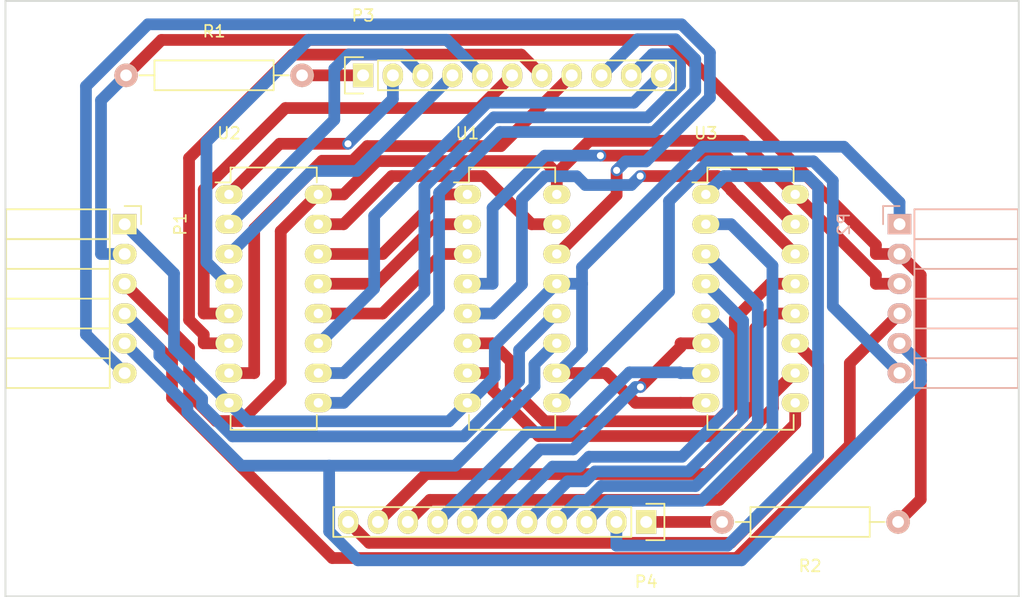
<source format=kicad_pcb>
(kicad_pcb (version 4) (host pcbnew "(2015-09-12 BZR 6188)-product")

  (general
    (links 49)
    (no_connects 0)
    (area 70.404999 119.304999 158.195001 170.255001)
    (thickness 1.6)
    (drawings 4)
    (tracks 299)
    (zones 0)
    (modules 9)
    (nets 38)
  )

  (page A4)
  (title_block
    (title NixieDriverModule)
  )

  (layers
    (0 F.Cu signal)
    (31 B.Cu signal)
    (32 B.Adhes user)
    (33 F.Adhes user)
    (34 B.Paste user)
    (35 F.Paste user)
    (36 B.SilkS user)
    (37 F.SilkS user)
    (38 B.Mask user)
    (39 F.Mask user)
    (40 Dwgs.User user)
    (41 Cmts.User user)
    (42 Eco1.User user)
    (43 Eco2.User user)
    (44 Edge.Cuts user)
    (45 Margin user)
    (46 B.CrtYd user)
    (47 F.CrtYd user)
    (48 B.Fab user)
    (49 F.Fab user)
  )

  (setup
    (last_trace_width 1)
    (trace_clearance 0.25)
    (zone_clearance 0.508)
    (zone_45_only no)
    (trace_min 1)
    (segment_width 0.2)
    (edge_width 0.15)
    (via_size 0.8)
    (via_drill 0.6)
    (via_min_size 0.8)
    (via_min_drill 0.6)
    (uvia_size 0.3)
    (uvia_drill 0.1)
    (uvias_allowed no)
    (uvia_min_size 0.2)
    (uvia_min_drill 0.1)
    (pcb_text_width 0.3)
    (pcb_text_size 1.5 1.5)
    (mod_edge_width 0.15)
    (mod_text_size 1 1)
    (mod_text_width 0.15)
    (pad_size 1.524 1.524)
    (pad_drill 0.762)
    (pad_to_mask_clearance 0.2)
    (aux_axis_origin 0 0)
    (visible_elements FFFFF77F)
    (pcbplotparams
      (layerselection 0x010f0_80000001)
      (usegerberextensions false)
      (excludeedgelayer true)
      (linewidth 0.100000)
      (plotframeref false)
      (viasonmask false)
      (mode 1)
      (useauxorigin false)
      (hpglpennumber 1)
      (hpglpenspeed 20)
      (hpglpendiameter 15)
      (hpglpenoverlay 2)
      (psnegative false)
      (psa4output false)
      (plotreference true)
      (plotvalue true)
      (plotinvisibletext false)
      (padsonsilk false)
      (subtractmaskfromsilk false)
      (outputformat 1)
      (mirror false)
      (drillshape 0)
      (scaleselection 1)
      (outputdirectory ../../Users/jacob_nielsen/NixieTubeDriverBoard/))
  )

  (net 0 "")
  (net 1 GND)
  (net 2 VDD)
  (net 3 VCC)
  (net 4 /display_data)
  (net 5 /clock_data)
  (net 6 /data)
  (net 7 "Net-(P2-Pad6)")
  (net 8 "Net-(P3-Pad1)")
  (net 9 "Net-(P3-Pad2)")
  (net 10 "Net-(P3-Pad3)")
  (net 11 "Net-(P3-Pad4)")
  (net 12 "Net-(P3-Pad5)")
  (net 13 "Net-(P3-Pad6)")
  (net 14 "Net-(P3-Pad7)")
  (net 15 "Net-(P3-Pad8)")
  (net 16 "Net-(P3-Pad9)")
  (net 17 "Net-(P3-Pad10)")
  (net 18 "Net-(P3-Pad11)")
  (net 19 "Net-(P4-Pad1)")
  (net 20 "Net-(P4-Pad2)")
  (net 21 "Net-(P4-Pad3)")
  (net 22 "Net-(P4-Pad4)")
  (net 23 "Net-(P4-Pad5)")
  (net 24 "Net-(P4-Pad6)")
  (net 25 "Net-(P4-Pad7)")
  (net 26 "Net-(P4-Pad8)")
  (net 27 "Net-(P4-Pad9)")
  (net 28 "Net-(P4-Pad10)")
  (net 29 "Net-(P4-Pad11)")
  (net 30 "Net-(U1-Pad1)")
  (net 31 "Net-(U1-Pad2)")
  (net 32 "Net-(U1-Pad3)")
  (net 33 "Net-(U1-Pad4)")
  (net 34 "Net-(U1-Pad5)")
  (net 35 "Net-(U1-Pad6)")
  (net 36 "Net-(U1-Pad7)")
  (net 37 "Net-(U1-Pad15)")

  (net_class Default "This is the default net class."
    (clearance 0.25)
    (trace_width 1)
    (via_dia 0.8)
    (via_drill 0.6)
    (uvia_dia 0.3)
    (uvia_drill 0.1)
    (add_net /clock_data)
    (add_net /data)
    (add_net /display_data)
    (add_net GND)
    (add_net "Net-(P2-Pad6)")
    (add_net "Net-(P3-Pad1)")
    (add_net "Net-(P3-Pad10)")
    (add_net "Net-(P3-Pad11)")
    (add_net "Net-(P3-Pad2)")
    (add_net "Net-(P3-Pad3)")
    (add_net "Net-(P3-Pad4)")
    (add_net "Net-(P3-Pad5)")
    (add_net "Net-(P3-Pad6)")
    (add_net "Net-(P3-Pad7)")
    (add_net "Net-(P3-Pad8)")
    (add_net "Net-(P3-Pad9)")
    (add_net "Net-(P4-Pad1)")
    (add_net "Net-(P4-Pad10)")
    (add_net "Net-(P4-Pad11)")
    (add_net "Net-(P4-Pad2)")
    (add_net "Net-(P4-Pad3)")
    (add_net "Net-(P4-Pad4)")
    (add_net "Net-(P4-Pad5)")
    (add_net "Net-(P4-Pad6)")
    (add_net "Net-(P4-Pad7)")
    (add_net "Net-(P4-Pad8)")
    (add_net "Net-(P4-Pad9)")
    (add_net "Net-(U1-Pad1)")
    (add_net "Net-(U1-Pad15)")
    (add_net "Net-(U1-Pad2)")
    (add_net "Net-(U1-Pad3)")
    (add_net "Net-(U1-Pad4)")
    (add_net "Net-(U1-Pad5)")
    (add_net "Net-(U1-Pad6)")
    (add_net "Net-(U1-Pad7)")
    (add_net VCC)
    (add_net VDD)
  )

  (module Socket_Strips:Socket_Strip_Angled_1x06 (layer F.Cu) (tedit 0) (tstamp 560DFA7B)
    (at 81.28 138.43 270)
    (descr "Through hole socket strip")
    (tags "socket strip")
    (path /560DEC1A)
    (fp_text reference P1 (at 0 -4.75 270) (layer F.SilkS)
      (effects (font (size 1 1) (thickness 0.15)))
    )
    (fp_text value CONN_01X06 (at 0 -2.75 270) (layer F.Fab)
      (effects (font (size 1 1) (thickness 0.15)))
    )
    (fp_line (start -1.75 -1.5) (end -1.75 10.6) (layer F.CrtYd) (width 0.05))
    (fp_line (start 14.45 -1.5) (end 14.45 10.6) (layer F.CrtYd) (width 0.05))
    (fp_line (start -1.75 -1.5) (end 14.45 -1.5) (layer F.CrtYd) (width 0.05))
    (fp_line (start -1.75 10.6) (end 14.45 10.6) (layer F.CrtYd) (width 0.05))
    (fp_line (start 13.97 10.1) (end 13.97 1.27) (layer F.SilkS) (width 0.15))
    (fp_line (start 11.43 10.1) (end 13.97 10.1) (layer F.SilkS) (width 0.15))
    (fp_line (start 11.43 1.27) (end 13.97 1.27) (layer F.SilkS) (width 0.15))
    (fp_line (start 8.89 1.27) (end 11.43 1.27) (layer F.SilkS) (width 0.15))
    (fp_line (start 8.89 10.1) (end 11.43 10.1) (layer F.SilkS) (width 0.15))
    (fp_line (start 11.43 10.1) (end 11.43 1.27) (layer F.SilkS) (width 0.15))
    (fp_line (start 8.89 10.1) (end 8.89 1.27) (layer F.SilkS) (width 0.15))
    (fp_line (start 6.35 10.1) (end 8.89 10.1) (layer F.SilkS) (width 0.15))
    (fp_line (start 6.35 1.27) (end 8.89 1.27) (layer F.SilkS) (width 0.15))
    (fp_line (start 3.81 1.27) (end 6.35 1.27) (layer F.SilkS) (width 0.15))
    (fp_line (start 3.81 10.1) (end 6.35 10.1) (layer F.SilkS) (width 0.15))
    (fp_line (start 6.35 10.1) (end 6.35 1.27) (layer F.SilkS) (width 0.15))
    (fp_line (start 3.81 10.1) (end 3.81 1.27) (layer F.SilkS) (width 0.15))
    (fp_line (start 1.27 10.1) (end 3.81 10.1) (layer F.SilkS) (width 0.15))
    (fp_line (start 1.27 1.27) (end 1.27 10.1) (layer F.SilkS) (width 0.15))
    (fp_line (start 1.27 1.27) (end 3.81 1.27) (layer F.SilkS) (width 0.15))
    (fp_line (start -1.27 1.27) (end 1.27 1.27) (layer F.SilkS) (width 0.15))
    (fp_line (start 0 -1.4) (end -1.55 -1.4) (layer F.SilkS) (width 0.15))
    (fp_line (start -1.55 -1.4) (end -1.55 0) (layer F.SilkS) (width 0.15))
    (fp_line (start -1.27 1.27) (end -1.27 10.1) (layer F.SilkS) (width 0.15))
    (fp_line (start -1.27 10.1) (end 1.27 10.1) (layer F.SilkS) (width 0.15))
    (fp_line (start 1.27 10.1) (end 1.27 1.27) (layer F.SilkS) (width 0.15))
    (pad 1 thru_hole rect (at 0 0 270) (size 1.7272 2.032) (drill 1.016) (layers *.Cu *.Mask F.SilkS)
      (net 1 GND))
    (pad 2 thru_hole oval (at 2.54 0 270) (size 1.7272 2.032) (drill 1.016) (layers *.Cu *.Mask F.SilkS)
      (net 2 VDD))
    (pad 3 thru_hole oval (at 5.08 0 270) (size 1.7272 2.032) (drill 1.016) (layers *.Cu *.Mask F.SilkS)
      (net 3 VCC))
    (pad 4 thru_hole oval (at 7.62 0 270) (size 1.7272 2.032) (drill 1.016) (layers *.Cu *.Mask F.SilkS)
      (net 4 /display_data))
    (pad 5 thru_hole oval (at 10.16 0 270) (size 1.7272 2.032) (drill 1.016) (layers *.Cu *.Mask F.SilkS)
      (net 5 /clock_data))
    (pad 6 thru_hole oval (at 12.7 0 270) (size 1.7272 2.032) (drill 1.016) (layers *.Cu *.Mask F.SilkS)
      (net 6 /data))
    (model Socket_Strips.3dshapes/Socket_Strip_Angled_1x06.wrl
      (at (xyz 0.25 0 0))
      (scale (xyz 1 1 1))
      (rotate (xyz 0 0 180))
    )
  )

  (module Socket_Strips:Socket_Strip_Angled_1x06 (layer B.Cu) (tedit 0) (tstamp 560DFA85)
    (at 147.32 138.43 270)
    (descr "Through hole socket strip")
    (tags "socket strip")
    (path /560DEF53)
    (fp_text reference P2 (at 0 4.75 270) (layer B.SilkS)
      (effects (font (size 1 1) (thickness 0.15)) (justify mirror))
    )
    (fp_text value CONN_01X06 (at 0 2.75 270) (layer B.Fab)
      (effects (font (size 1 1) (thickness 0.15)) (justify mirror))
    )
    (fp_line (start -1.75 1.5) (end -1.75 -10.6) (layer B.CrtYd) (width 0.05))
    (fp_line (start 14.45 1.5) (end 14.45 -10.6) (layer B.CrtYd) (width 0.05))
    (fp_line (start -1.75 1.5) (end 14.45 1.5) (layer B.CrtYd) (width 0.05))
    (fp_line (start -1.75 -10.6) (end 14.45 -10.6) (layer B.CrtYd) (width 0.05))
    (fp_line (start 13.97 -10.1) (end 13.97 -1.27) (layer B.SilkS) (width 0.15))
    (fp_line (start 11.43 -10.1) (end 13.97 -10.1) (layer B.SilkS) (width 0.15))
    (fp_line (start 11.43 -1.27) (end 13.97 -1.27) (layer B.SilkS) (width 0.15))
    (fp_line (start 8.89 -1.27) (end 11.43 -1.27) (layer B.SilkS) (width 0.15))
    (fp_line (start 8.89 -10.1) (end 11.43 -10.1) (layer B.SilkS) (width 0.15))
    (fp_line (start 11.43 -10.1) (end 11.43 -1.27) (layer B.SilkS) (width 0.15))
    (fp_line (start 8.89 -10.1) (end 8.89 -1.27) (layer B.SilkS) (width 0.15))
    (fp_line (start 6.35 -10.1) (end 8.89 -10.1) (layer B.SilkS) (width 0.15))
    (fp_line (start 6.35 -1.27) (end 8.89 -1.27) (layer B.SilkS) (width 0.15))
    (fp_line (start 3.81 -1.27) (end 6.35 -1.27) (layer B.SilkS) (width 0.15))
    (fp_line (start 3.81 -10.1) (end 6.35 -10.1) (layer B.SilkS) (width 0.15))
    (fp_line (start 6.35 -10.1) (end 6.35 -1.27) (layer B.SilkS) (width 0.15))
    (fp_line (start 3.81 -10.1) (end 3.81 -1.27) (layer B.SilkS) (width 0.15))
    (fp_line (start 1.27 -10.1) (end 3.81 -10.1) (layer B.SilkS) (width 0.15))
    (fp_line (start 1.27 -1.27) (end 1.27 -10.1) (layer B.SilkS) (width 0.15))
    (fp_line (start 1.27 -1.27) (end 3.81 -1.27) (layer B.SilkS) (width 0.15))
    (fp_line (start -1.27 -1.27) (end 1.27 -1.27) (layer B.SilkS) (width 0.15))
    (fp_line (start 0 1.4) (end -1.55 1.4) (layer B.SilkS) (width 0.15))
    (fp_line (start -1.55 1.4) (end -1.55 0) (layer B.SilkS) (width 0.15))
    (fp_line (start -1.27 -1.27) (end -1.27 -10.1) (layer B.SilkS) (width 0.15))
    (fp_line (start -1.27 -10.1) (end 1.27 -10.1) (layer B.SilkS) (width 0.15))
    (fp_line (start 1.27 -10.1) (end 1.27 -1.27) (layer B.SilkS) (width 0.15))
    (pad 1 thru_hole rect (at 0 0 270) (size 1.7272 2.032) (drill 1.016) (layers *.Cu *.Mask B.SilkS)
      (net 1 GND))
    (pad 2 thru_hole oval (at 2.54 0 270) (size 1.7272 2.032) (drill 1.016) (layers *.Cu *.Mask B.SilkS)
      (net 2 VDD))
    (pad 3 thru_hole oval (at 5.08 0 270) (size 1.7272 2.032) (drill 1.016) (layers *.Cu *.Mask B.SilkS)
      (net 3 VCC))
    (pad 4 thru_hole oval (at 7.62 0 270) (size 1.7272 2.032) (drill 1.016) (layers *.Cu *.Mask B.SilkS)
      (net 4 /display_data))
    (pad 5 thru_hole oval (at 10.16 0 270) (size 1.7272 2.032) (drill 1.016) (layers *.Cu *.Mask B.SilkS)
      (net 5 /clock_data))
    (pad 6 thru_hole oval (at 12.7 0 270) (size 1.7272 2.032) (drill 1.016) (layers *.Cu *.Mask B.SilkS)
      (net 7 "Net-(P2-Pad6)"))
    (model Socket_Strips.3dshapes/Socket_Strip_Angled_1x06.wrl
      (at (xyz 0.25 0 0))
      (scale (xyz 1 1 1))
      (rotate (xyz 0 0 180))
    )
  )

  (module Socket_Strips:Socket_Strip_Straight_1x11 (layer F.Cu) (tedit 0) (tstamp 560DFA94)
    (at 101.6 125.73)
    (descr "Through hole socket strip")
    (tags "socket strip")
    (path /560DF96A)
    (fp_text reference P3 (at 0 -5.1) (layer F.SilkS)
      (effects (font (size 1 1) (thickness 0.15)))
    )
    (fp_text value CONN_01X11 (at 0 -3.1) (layer F.Fab)
      (effects (font (size 1 1) (thickness 0.15)))
    )
    (fp_line (start -1.75 -1.75) (end -1.75 1.75) (layer F.CrtYd) (width 0.05))
    (fp_line (start 27.15 -1.75) (end 27.15 1.75) (layer F.CrtYd) (width 0.05))
    (fp_line (start -1.75 -1.75) (end 27.15 -1.75) (layer F.CrtYd) (width 0.05))
    (fp_line (start -1.75 1.75) (end 27.15 1.75) (layer F.CrtYd) (width 0.05))
    (fp_line (start 1.27 1.27) (end 26.67 1.27) (layer F.SilkS) (width 0.15))
    (fp_line (start 26.67 1.27) (end 26.67 -1.27) (layer F.SilkS) (width 0.15))
    (fp_line (start 26.67 -1.27) (end 1.27 -1.27) (layer F.SilkS) (width 0.15))
    (fp_line (start -1.55 1.55) (end 0 1.55) (layer F.SilkS) (width 0.15))
    (fp_line (start 1.27 1.27) (end 1.27 -1.27) (layer F.SilkS) (width 0.15))
    (fp_line (start 0 -1.55) (end -1.55 -1.55) (layer F.SilkS) (width 0.15))
    (fp_line (start -1.55 -1.55) (end -1.55 1.55) (layer F.SilkS) (width 0.15))
    (pad 1 thru_hole rect (at 0 0) (size 1.7272 2.032) (drill 1.016) (layers *.Cu *.Mask F.SilkS)
      (net 8 "Net-(P3-Pad1)"))
    (pad 2 thru_hole oval (at 2.54 0) (size 1.7272 2.032) (drill 1.016) (layers *.Cu *.Mask F.SilkS)
      (net 9 "Net-(P3-Pad2)"))
    (pad 3 thru_hole oval (at 5.08 0) (size 1.7272 2.032) (drill 1.016) (layers *.Cu *.Mask F.SilkS)
      (net 10 "Net-(P3-Pad3)"))
    (pad 4 thru_hole oval (at 7.62 0) (size 1.7272 2.032) (drill 1.016) (layers *.Cu *.Mask F.SilkS)
      (net 11 "Net-(P3-Pad4)"))
    (pad 5 thru_hole oval (at 10.16 0) (size 1.7272 2.032) (drill 1.016) (layers *.Cu *.Mask F.SilkS)
      (net 12 "Net-(P3-Pad5)"))
    (pad 6 thru_hole oval (at 12.7 0) (size 1.7272 2.032) (drill 1.016) (layers *.Cu *.Mask F.SilkS)
      (net 13 "Net-(P3-Pad6)"))
    (pad 7 thru_hole oval (at 15.24 0) (size 1.7272 2.032) (drill 1.016) (layers *.Cu *.Mask F.SilkS)
      (net 14 "Net-(P3-Pad7)"))
    (pad 8 thru_hole oval (at 17.78 0) (size 1.7272 2.032) (drill 1.016) (layers *.Cu *.Mask F.SilkS)
      (net 15 "Net-(P3-Pad8)"))
    (pad 9 thru_hole oval (at 20.32 0) (size 1.7272 2.032) (drill 1.016) (layers *.Cu *.Mask F.SilkS)
      (net 16 "Net-(P3-Pad9)"))
    (pad 10 thru_hole oval (at 22.86 0) (size 1.7272 2.032) (drill 1.016) (layers *.Cu *.Mask F.SilkS)
      (net 17 "Net-(P3-Pad10)"))
    (pad 11 thru_hole oval (at 25.4 0) (size 1.7272 2.032) (drill 1.016) (layers *.Cu *.Mask F.SilkS)
      (net 18 "Net-(P3-Pad11)"))
    (model Socket_Strips.3dshapes/Socket_Strip_Straight_1x11.wrl
      (at (xyz 0.5 0 0))
      (scale (xyz 1 1 1))
      (rotate (xyz 0 0 180))
    )
  )

  (module Socket_Strips:Socket_Strip_Straight_1x11 (layer F.Cu) (tedit 0) (tstamp 560DFAA3)
    (at 125.73 163.83 180)
    (descr "Through hole socket strip")
    (tags "socket strip")
    (path /560DFA5D)
    (fp_text reference P4 (at 0 -5.1 180) (layer F.SilkS)
      (effects (font (size 1 1) (thickness 0.15)))
    )
    (fp_text value CONN_01X11 (at 0 -3.1 180) (layer F.Fab)
      (effects (font (size 1 1) (thickness 0.15)))
    )
    (fp_line (start -1.75 -1.75) (end -1.75 1.75) (layer F.CrtYd) (width 0.05))
    (fp_line (start 27.15 -1.75) (end 27.15 1.75) (layer F.CrtYd) (width 0.05))
    (fp_line (start -1.75 -1.75) (end 27.15 -1.75) (layer F.CrtYd) (width 0.05))
    (fp_line (start -1.75 1.75) (end 27.15 1.75) (layer F.CrtYd) (width 0.05))
    (fp_line (start 1.27 1.27) (end 26.67 1.27) (layer F.SilkS) (width 0.15))
    (fp_line (start 26.67 1.27) (end 26.67 -1.27) (layer F.SilkS) (width 0.15))
    (fp_line (start 26.67 -1.27) (end 1.27 -1.27) (layer F.SilkS) (width 0.15))
    (fp_line (start -1.55 1.55) (end 0 1.55) (layer F.SilkS) (width 0.15))
    (fp_line (start 1.27 1.27) (end 1.27 -1.27) (layer F.SilkS) (width 0.15))
    (fp_line (start 0 -1.55) (end -1.55 -1.55) (layer F.SilkS) (width 0.15))
    (fp_line (start -1.55 -1.55) (end -1.55 1.55) (layer F.SilkS) (width 0.15))
    (pad 1 thru_hole rect (at 0 0 180) (size 1.7272 2.032) (drill 1.016) (layers *.Cu *.Mask F.SilkS)
      (net 19 "Net-(P4-Pad1)"))
    (pad 2 thru_hole oval (at 2.54 0 180) (size 1.7272 2.032) (drill 1.016) (layers *.Cu *.Mask F.SilkS)
      (net 20 "Net-(P4-Pad2)"))
    (pad 3 thru_hole oval (at 5.08 0 180) (size 1.7272 2.032) (drill 1.016) (layers *.Cu *.Mask F.SilkS)
      (net 21 "Net-(P4-Pad3)"))
    (pad 4 thru_hole oval (at 7.62 0 180) (size 1.7272 2.032) (drill 1.016) (layers *.Cu *.Mask F.SilkS)
      (net 22 "Net-(P4-Pad4)"))
    (pad 5 thru_hole oval (at 10.16 0 180) (size 1.7272 2.032) (drill 1.016) (layers *.Cu *.Mask F.SilkS)
      (net 23 "Net-(P4-Pad5)"))
    (pad 6 thru_hole oval (at 12.7 0 180) (size 1.7272 2.032) (drill 1.016) (layers *.Cu *.Mask F.SilkS)
      (net 24 "Net-(P4-Pad6)"))
    (pad 7 thru_hole oval (at 15.24 0 180) (size 1.7272 2.032) (drill 1.016) (layers *.Cu *.Mask F.SilkS)
      (net 25 "Net-(P4-Pad7)"))
    (pad 8 thru_hole oval (at 17.78 0 180) (size 1.7272 2.032) (drill 1.016) (layers *.Cu *.Mask F.SilkS)
      (net 26 "Net-(P4-Pad8)"))
    (pad 9 thru_hole oval (at 20.32 0 180) (size 1.7272 2.032) (drill 1.016) (layers *.Cu *.Mask F.SilkS)
      (net 27 "Net-(P4-Pad9)"))
    (pad 10 thru_hole oval (at 22.86 0 180) (size 1.7272 2.032) (drill 1.016) (layers *.Cu *.Mask F.SilkS)
      (net 28 "Net-(P4-Pad10)"))
    (pad 11 thru_hole oval (at 25.4 0 180) (size 1.7272 2.032) (drill 1.016) (layers *.Cu *.Mask F.SilkS)
      (net 29 "Net-(P4-Pad11)"))
    (model Socket_Strips.3dshapes/Socket_Strip_Straight_1x11.wrl
      (at (xyz 0.5 0 0))
      (scale (xyz 1 1 1))
      (rotate (xyz 0 0 180))
    )
  )

  (module Resistors_ThroughHole:Resistor_Horizontal_RM15mm (layer F.Cu) (tedit 53F56292) (tstamp 560DFAA9)
    (at 88.9 125.73)
    (descr "Resistor, Axial, RM 15mm,")
    (tags "Resistor, Axial, RM 15mm,")
    (path /560DFB26)
    (fp_text reference R1 (at 0 -3.74904) (layer F.SilkS)
      (effects (font (size 1 1) (thickness 0.15)))
    )
    (fp_text value 68K (at 0 4.0005) (layer F.Fab)
      (effects (font (size 1 1) (thickness 0.15)))
    )
    (fp_line (start -5.08 -1.27) (end -5.08 1.27) (layer F.SilkS) (width 0.15))
    (fp_line (start -5.08 1.27) (end 5.08 1.27) (layer F.SilkS) (width 0.15))
    (fp_line (start 5.08 1.27) (end 5.08 -1.27) (layer F.SilkS) (width 0.15))
    (fp_line (start 5.08 -1.27) (end -5.08 -1.27) (layer F.SilkS) (width 0.15))
    (fp_line (start 6.35 0) (end 5.08 0) (layer F.SilkS) (width 0.15))
    (fp_line (start -6.35 0) (end -5.08 0) (layer F.SilkS) (width 0.15))
    (pad 1 thru_hole circle (at -7.5 0) (size 1.99898 1.99898) (drill 1.00076) (layers *.Cu *.SilkS *.Mask)
      (net 2 VDD))
    (pad 2 thru_hole circle (at 7.5 0) (size 1.99898 1.99898) (drill 1.00076) (layers *.Cu *.SilkS *.Mask)
      (net 8 "Net-(P3-Pad1)"))
    (model Resistors_ThroughHole.3dshapes/Resistor_Horizontal_RM15mm.wrl
      (at (xyz 0 0 0))
      (scale (xyz 0.4 0.4 0.4))
      (rotate (xyz 0 0 0))
    )
  )

  (module Resistors_ThroughHole:Resistor_Horizontal_RM15mm (layer F.Cu) (tedit 53F56292) (tstamp 560DFAAF)
    (at 139.7 163.83 180)
    (descr "Resistor, Axial, RM 15mm,")
    (tags "Resistor, Axial, RM 15mm,")
    (path /560DFBE3)
    (fp_text reference R2 (at 0 -3.74904 180) (layer F.SilkS)
      (effects (font (size 1 1) (thickness 0.15)))
    )
    (fp_text value 68K (at 0 4.0005 180) (layer F.Fab)
      (effects (font (size 1 1) (thickness 0.15)))
    )
    (fp_line (start -5.08 -1.27) (end -5.08 1.27) (layer F.SilkS) (width 0.15))
    (fp_line (start -5.08 1.27) (end 5.08 1.27) (layer F.SilkS) (width 0.15))
    (fp_line (start 5.08 1.27) (end 5.08 -1.27) (layer F.SilkS) (width 0.15))
    (fp_line (start 5.08 -1.27) (end -5.08 -1.27) (layer F.SilkS) (width 0.15))
    (fp_line (start 6.35 0) (end 5.08 0) (layer F.SilkS) (width 0.15))
    (fp_line (start -6.35 0) (end -5.08 0) (layer F.SilkS) (width 0.15))
    (pad 1 thru_hole circle (at -7.5 0 180) (size 1.99898 1.99898) (drill 1.00076) (layers *.Cu *.SilkS *.Mask)
      (net 2 VDD))
    (pad 2 thru_hole circle (at 7.5 0 180) (size 1.99898 1.99898) (drill 1.00076) (layers *.Cu *.SilkS *.Mask)
      (net 19 "Net-(P4-Pad1)"))
    (model Resistors_ThroughHole.3dshapes/Resistor_Horizontal_RM15mm.wrl
      (at (xyz 0 0 0))
      (scale (xyz 0.4 0.4 0.4))
      (rotate (xyz 0 0 0))
    )
  )

  (module Housings_DIP:DIP-16_W7.62mm_LongPads (layer F.Cu) (tedit 54130A77) (tstamp 560DFAC3)
    (at 110.49 135.89)
    (descr "16-lead dip package, row spacing 7.62 mm (300 mils), longer pads")
    (tags "dil dip 2.54 300")
    (path /560DE829)
    (fp_text reference U1 (at 0 -5.22) (layer F.SilkS)
      (effects (font (size 1 1) (thickness 0.15)))
    )
    (fp_text value 74HC595 (at 0 -3.72) (layer F.Fab)
      (effects (font (size 1 1) (thickness 0.15)))
    )
    (fp_line (start -1.4 -2.45) (end -1.4 20.25) (layer F.CrtYd) (width 0.05))
    (fp_line (start 9 -2.45) (end 9 20.25) (layer F.CrtYd) (width 0.05))
    (fp_line (start -1.4 -2.45) (end 9 -2.45) (layer F.CrtYd) (width 0.05))
    (fp_line (start -1.4 20.25) (end 9 20.25) (layer F.CrtYd) (width 0.05))
    (fp_line (start 0.135 -2.295) (end 0.135 -1.025) (layer F.SilkS) (width 0.15))
    (fp_line (start 7.485 -2.295) (end 7.485 -1.025) (layer F.SilkS) (width 0.15))
    (fp_line (start 7.485 20.075) (end 7.485 18.805) (layer F.SilkS) (width 0.15))
    (fp_line (start 0.135 20.075) (end 0.135 18.805) (layer F.SilkS) (width 0.15))
    (fp_line (start 0.135 -2.295) (end 7.485 -2.295) (layer F.SilkS) (width 0.15))
    (fp_line (start 0.135 20.075) (end 7.485 20.075) (layer F.SilkS) (width 0.15))
    (fp_line (start 0.135 -1.025) (end -1.15 -1.025) (layer F.SilkS) (width 0.15))
    (pad 1 thru_hole oval (at 0 0) (size 2.3 1.6) (drill 0.8) (layers *.Cu *.Mask F.SilkS)
      (net 30 "Net-(U1-Pad1)"))
    (pad 2 thru_hole oval (at 0 2.54) (size 2.3 1.6) (drill 0.8) (layers *.Cu *.Mask F.SilkS)
      (net 31 "Net-(U1-Pad2)"))
    (pad 3 thru_hole oval (at 0 5.08) (size 2.3 1.6) (drill 0.8) (layers *.Cu *.Mask F.SilkS)
      (net 32 "Net-(U1-Pad3)"))
    (pad 4 thru_hole oval (at 0 7.62) (size 2.3 1.6) (drill 0.8) (layers *.Cu *.Mask F.SilkS)
      (net 33 "Net-(U1-Pad4)"))
    (pad 5 thru_hole oval (at 0 10.16) (size 2.3 1.6) (drill 0.8) (layers *.Cu *.Mask F.SilkS)
      (net 34 "Net-(U1-Pad5)"))
    (pad 6 thru_hole oval (at 0 12.7) (size 2.3 1.6) (drill 0.8) (layers *.Cu *.Mask F.SilkS)
      (net 35 "Net-(U1-Pad6)"))
    (pad 7 thru_hole oval (at 0 15.24) (size 2.3 1.6) (drill 0.8) (layers *.Cu *.Mask F.SilkS)
      (net 36 "Net-(U1-Pad7)"))
    (pad 8 thru_hole oval (at 0 17.78) (size 2.3 1.6) (drill 0.8) (layers *.Cu *.Mask F.SilkS)
      (net 1 GND))
    (pad 9 thru_hole oval (at 7.62 17.78) (size 2.3 1.6) (drill 0.8) (layers *.Cu *.Mask F.SilkS)
      (net 7 "Net-(P2-Pad6)"))
    (pad 10 thru_hole oval (at 7.62 15.24) (size 2.3 1.6) (drill 0.8) (layers *.Cu *.Mask F.SilkS)
      (net 1 GND))
    (pad 11 thru_hole oval (at 7.62 12.7) (size 2.3 1.6) (drill 0.8) (layers *.Cu *.Mask F.SilkS)
      (net 5 /clock_data))
    (pad 12 thru_hole oval (at 7.62 10.16) (size 2.3 1.6) (drill 0.8) (layers *.Cu *.Mask F.SilkS)
      (net 4 /display_data))
    (pad 13 thru_hole oval (at 7.62 7.62) (size 2.3 1.6) (drill 0.8) (layers *.Cu *.Mask F.SilkS)
      (net 1 GND))
    (pad 14 thru_hole oval (at 7.62 5.08) (size 2.3 1.6) (drill 0.8) (layers *.Cu *.Mask F.SilkS)
      (net 6 /data))
    (pad 15 thru_hole oval (at 7.62 2.54) (size 2.3 1.6) (drill 0.8) (layers *.Cu *.Mask F.SilkS)
      (net 37 "Net-(U1-Pad15)"))
    (pad 16 thru_hole oval (at 7.62 0) (size 2.3 1.6) (drill 0.8) (layers *.Cu *.Mask F.SilkS)
      (net 3 VCC))
    (model Housings_DIP.3dshapes/DIP-16_W7.62mm_LongPads.wrl
      (at (xyz 0 0 0))
      (scale (xyz 1 1 1))
      (rotate (xyz 0 0 0))
    )
  )

  (module Housings_DIP:DIP-16_W7.62mm_LongPads (layer F.Cu) (tedit 54130A77) (tstamp 560DFAD7)
    (at 90.17 135.89)
    (descr "16-lead dip package, row spacing 7.62 mm (300 mils), longer pads")
    (tags "dil dip 2.54 300")
    (path /560DE6F9)
    (fp_text reference U2 (at 0 -5.22) (layer F.SilkS)
      (effects (font (size 1 1) (thickness 0.15)))
    )
    (fp_text value 74LS145 (at 0 -3.72) (layer F.Fab)
      (effects (font (size 1 1) (thickness 0.15)))
    )
    (fp_line (start -1.4 -2.45) (end -1.4 20.25) (layer F.CrtYd) (width 0.05))
    (fp_line (start 9 -2.45) (end 9 20.25) (layer F.CrtYd) (width 0.05))
    (fp_line (start -1.4 -2.45) (end 9 -2.45) (layer F.CrtYd) (width 0.05))
    (fp_line (start -1.4 20.25) (end 9 20.25) (layer F.CrtYd) (width 0.05))
    (fp_line (start 0.135 -2.295) (end 0.135 -1.025) (layer F.SilkS) (width 0.15))
    (fp_line (start 7.485 -2.295) (end 7.485 -1.025) (layer F.SilkS) (width 0.15))
    (fp_line (start 7.485 20.075) (end 7.485 18.805) (layer F.SilkS) (width 0.15))
    (fp_line (start 0.135 20.075) (end 0.135 18.805) (layer F.SilkS) (width 0.15))
    (fp_line (start 0.135 -2.295) (end 7.485 -2.295) (layer F.SilkS) (width 0.15))
    (fp_line (start 0.135 20.075) (end 7.485 20.075) (layer F.SilkS) (width 0.15))
    (fp_line (start 0.135 -1.025) (end -1.15 -1.025) (layer F.SilkS) (width 0.15))
    (pad 1 thru_hole oval (at 0 0) (size 2.3 1.6) (drill 0.8) (layers *.Cu *.Mask F.SilkS)
      (net 9 "Net-(P3-Pad2)"))
    (pad 2 thru_hole oval (at 0 2.54) (size 2.3 1.6) (drill 0.8) (layers *.Cu *.Mask F.SilkS)
      (net 10 "Net-(P3-Pad3)"))
    (pad 3 thru_hole oval (at 0 5.08) (size 2.3 1.6) (drill 0.8) (layers *.Cu *.Mask F.SilkS)
      (net 11 "Net-(P3-Pad4)"))
    (pad 4 thru_hole oval (at 0 7.62) (size 2.3 1.6) (drill 0.8) (layers *.Cu *.Mask F.SilkS)
      (net 12 "Net-(P3-Pad5)"))
    (pad 5 thru_hole oval (at 0 10.16) (size 2.3 1.6) (drill 0.8) (layers *.Cu *.Mask F.SilkS)
      (net 13 "Net-(P3-Pad6)"))
    (pad 6 thru_hole oval (at 0 12.7) (size 2.3 1.6) (drill 0.8) (layers *.Cu *.Mask F.SilkS)
      (net 14 "Net-(P3-Pad7)"))
    (pad 7 thru_hole oval (at 0 15.24) (size 2.3 1.6) (drill 0.8) (layers *.Cu *.Mask F.SilkS)
      (net 15 "Net-(P3-Pad8)"))
    (pad 8 thru_hole oval (at 0 17.78) (size 2.3 1.6) (drill 0.8) (layers *.Cu *.Mask F.SilkS)
      (net 1 GND))
    (pad 9 thru_hole oval (at 7.62 17.78) (size 2.3 1.6) (drill 0.8) (layers *.Cu *.Mask F.SilkS)
      (net 16 "Net-(P3-Pad9)"))
    (pad 10 thru_hole oval (at 7.62 15.24) (size 2.3 1.6) (drill 0.8) (layers *.Cu *.Mask F.SilkS)
      (net 17 "Net-(P3-Pad10)"))
    (pad 11 thru_hole oval (at 7.62 12.7) (size 2.3 1.6) (drill 0.8) (layers *.Cu *.Mask F.SilkS)
      (net 18 "Net-(P3-Pad11)"))
    (pad 12 thru_hole oval (at 7.62 10.16) (size 2.3 1.6) (drill 0.8) (layers *.Cu *.Mask F.SilkS)
      (net 32 "Net-(U1-Pad3)"))
    (pad 13 thru_hole oval (at 7.62 7.62) (size 2.3 1.6) (drill 0.8) (layers *.Cu *.Mask F.SilkS)
      (net 31 "Net-(U1-Pad2)"))
    (pad 14 thru_hole oval (at 7.62 5.08) (size 2.3 1.6) (drill 0.8) (layers *.Cu *.Mask F.SilkS)
      (net 30 "Net-(U1-Pad1)"))
    (pad 15 thru_hole oval (at 7.62 2.54) (size 2.3 1.6) (drill 0.8) (layers *.Cu *.Mask F.SilkS)
      (net 37 "Net-(U1-Pad15)"))
    (pad 16 thru_hole oval (at 7.62 0) (size 2.3 1.6) (drill 0.8) (layers *.Cu *.Mask F.SilkS)
      (net 3 VCC))
    (model Housings_DIP.3dshapes/DIP-16_W7.62mm_LongPads.wrl
      (at (xyz 0 0 0))
      (scale (xyz 1 1 1))
      (rotate (xyz 0 0 0))
    )
  )

  (module Housings_DIP:DIP-16_W7.62mm_LongPads (layer F.Cu) (tedit 54130A77) (tstamp 560DFAEB)
    (at 130.81 135.89)
    (descr "16-lead dip package, row spacing 7.62 mm (300 mils), longer pads")
    (tags "dil dip 2.54 300")
    (path /560DE655)
    (fp_text reference U3 (at 0 -5.22) (layer F.SilkS)
      (effects (font (size 1 1) (thickness 0.15)))
    )
    (fp_text value 74LS145 (at 0 -3.72) (layer F.Fab)
      (effects (font (size 1 1) (thickness 0.15)))
    )
    (fp_line (start -1.4 -2.45) (end -1.4 20.25) (layer F.CrtYd) (width 0.05))
    (fp_line (start 9 -2.45) (end 9 20.25) (layer F.CrtYd) (width 0.05))
    (fp_line (start -1.4 -2.45) (end 9 -2.45) (layer F.CrtYd) (width 0.05))
    (fp_line (start -1.4 20.25) (end 9 20.25) (layer F.CrtYd) (width 0.05))
    (fp_line (start 0.135 -2.295) (end 0.135 -1.025) (layer F.SilkS) (width 0.15))
    (fp_line (start 7.485 -2.295) (end 7.485 -1.025) (layer F.SilkS) (width 0.15))
    (fp_line (start 7.485 20.075) (end 7.485 18.805) (layer F.SilkS) (width 0.15))
    (fp_line (start 0.135 20.075) (end 0.135 18.805) (layer F.SilkS) (width 0.15))
    (fp_line (start 0.135 -2.295) (end 7.485 -2.295) (layer F.SilkS) (width 0.15))
    (fp_line (start 0.135 20.075) (end 7.485 20.075) (layer F.SilkS) (width 0.15))
    (fp_line (start 0.135 -1.025) (end -1.15 -1.025) (layer F.SilkS) (width 0.15))
    (pad 1 thru_hole oval (at 0 0) (size 2.3 1.6) (drill 0.8) (layers *.Cu *.Mask F.SilkS)
      (net 20 "Net-(P4-Pad2)"))
    (pad 2 thru_hole oval (at 0 2.54) (size 2.3 1.6) (drill 0.8) (layers *.Cu *.Mask F.SilkS)
      (net 21 "Net-(P4-Pad3)"))
    (pad 3 thru_hole oval (at 0 5.08) (size 2.3 1.6) (drill 0.8) (layers *.Cu *.Mask F.SilkS)
      (net 22 "Net-(P4-Pad4)"))
    (pad 4 thru_hole oval (at 0 7.62) (size 2.3 1.6) (drill 0.8) (layers *.Cu *.Mask F.SilkS)
      (net 23 "Net-(P4-Pad5)"))
    (pad 5 thru_hole oval (at 0 10.16) (size 2.3 1.6) (drill 0.8) (layers *.Cu *.Mask F.SilkS)
      (net 24 "Net-(P4-Pad6)"))
    (pad 6 thru_hole oval (at 0 12.7) (size 2.3 1.6) (drill 0.8) (layers *.Cu *.Mask F.SilkS)
      (net 25 "Net-(P4-Pad7)"))
    (pad 7 thru_hole oval (at 0 15.24) (size 2.3 1.6) (drill 0.8) (layers *.Cu *.Mask F.SilkS)
      (net 26 "Net-(P4-Pad8)"))
    (pad 8 thru_hole oval (at 0 17.78) (size 2.3 1.6) (drill 0.8) (layers *.Cu *.Mask F.SilkS)
      (net 1 GND))
    (pad 9 thru_hole oval (at 7.62 17.78) (size 2.3 1.6) (drill 0.8) (layers *.Cu *.Mask F.SilkS)
      (net 27 "Net-(P4-Pad9)"))
    (pad 10 thru_hole oval (at 7.62 15.24) (size 2.3 1.6) (drill 0.8) (layers *.Cu *.Mask F.SilkS)
      (net 28 "Net-(P4-Pad10)"))
    (pad 11 thru_hole oval (at 7.62 12.7) (size 2.3 1.6) (drill 0.8) (layers *.Cu *.Mask F.SilkS)
      (net 29 "Net-(P4-Pad11)"))
    (pad 12 thru_hole oval (at 7.62 10.16) (size 2.3 1.6) (drill 0.8) (layers *.Cu *.Mask F.SilkS)
      (net 36 "Net-(U1-Pad7)"))
    (pad 13 thru_hole oval (at 7.62 7.62) (size 2.3 1.6) (drill 0.8) (layers *.Cu *.Mask F.SilkS)
      (net 35 "Net-(U1-Pad6)"))
    (pad 14 thru_hole oval (at 7.62 5.08) (size 2.3 1.6) (drill 0.8) (layers *.Cu *.Mask F.SilkS)
      (net 34 "Net-(U1-Pad5)"))
    (pad 15 thru_hole oval (at 7.62 2.54) (size 2.3 1.6) (drill 0.8) (layers *.Cu *.Mask F.SilkS)
      (net 33 "Net-(U1-Pad4)"))
    (pad 16 thru_hole oval (at 7.62 0) (size 2.3 1.6) (drill 0.8) (layers *.Cu *.Mask F.SilkS)
      (net 3 VCC))
    (model Housings_DIP.3dshapes/DIP-16_W7.62mm_LongPads.wrl
      (at (xyz 0 0 0))
      (scale (xyz 1 1 1))
      (rotate (xyz 0 0 0))
    )
  )

  (gr_line (start 71.12 170.18) (end 157.48 170.18) (angle 90) (layer Edge.Cuts) (width 0.15))
  (gr_line (start 71.12 119.38) (end 71.12 170.18) (angle 90) (layer Edge.Cuts) (width 0.15))
  (gr_line (start 157.48 119.38) (end 71.12 119.38) (angle 90) (layer Edge.Cuts) (width 0.15))
  (gr_line (start 157.48 170.18) (end 157.48 119.38) (angle 90) (layer Edge.Cuts) (width 0.15))

  (segment (start 130.81 153.67) (end 128.66 153.67) (width 1) (layer F.Cu) (net 1))
  (segment (start 122.2832 151.13) (end 118.11 151.13) (width 1) (layer F.Cu) (net 1))
  (segment (start 124.8232 153.67) (end 122.2832 151.13) (width 1) (layer F.Cu) (net 1))
  (segment (start 128.66 153.67) (end 124.8232 153.67) (width 1) (layer F.Cu) (net 1))
  (segment (start 147.32 138.43) (end 147.32 136.5664) (width 1) (layer B.Cu) (net 1))
  (segment (start 118.11 143.51) (end 120.26 143.51) (width 1) (layer B.Cu) (net 1))
  (segment (start 120.26 142.0994) (end 120.26 143.51) (width 1) (layer B.Cu) (net 1))
  (segment (start 130.541 131.8184) (end 120.26 142.0994) (width 1) (layer B.Cu) (net 1))
  (segment (start 142.572 131.8184) (end 130.541 131.8184) (width 1) (layer B.Cu) (net 1))
  (segment (start 147.32 136.5664) (end 142.572 131.8184) (width 1) (layer B.Cu) (net 1))
  (segment (start 110.5988 153.67) (end 110.49 153.67) (width 1) (layer B.Cu) (net 1))
  (segment (start 112.8267 151.4421) (end 110.5988 153.67) (width 1) (layer B.Cu) (net 1))
  (segment (start 112.8267 148.7567) (end 112.8267 151.4421) (width 1) (layer B.Cu) (net 1))
  (segment (start 118.0734 143.51) (end 112.8267 148.7567) (width 1) (layer B.Cu) (net 1))
  (segment (start 118.11 143.51) (end 118.0734 143.51) (width 1) (layer B.Cu) (net 1))
  (segment (start 120.26 149.0866) (end 120.26 143.51) (width 1) (layer B.Cu) (net 1))
  (segment (start 118.2166 151.13) (end 120.26 149.0866) (width 1) (layer B.Cu) (net 1))
  (segment (start 118.11 151.13) (end 118.2166 151.13) (width 1) (layer B.Cu) (net 1))
  (segment (start 85.4849 142.6349) (end 81.28 138.43) (width 1) (layer B.Cu) (net 1))
  (segment (start 85.4849 148.9874) (end 85.4849 142.6349) (width 1) (layer B.Cu) (net 1))
  (segment (start 90.1675 153.67) (end 85.4849 148.9874) (width 1) (layer B.Cu) (net 1))
  (segment (start 90.17 153.67) (end 90.1675 153.67) (width 1) (layer B.Cu) (net 1))
  (segment (start 91.7435 155.2435) (end 90.17 153.67) (width 1) (layer B.Cu) (net 1))
  (segment (start 108.9165 155.2435) (end 91.7435 155.2435) (width 1) (layer B.Cu) (net 1))
  (segment (start 110.49 153.67) (end 108.9165 155.2435) (width 1) (layer B.Cu) (net 1))
  (segment (start 147.32 140.97) (end 145.304 140.97) (width 1) (layer F.Cu) (net 2))
  (segment (start 81.28 140.97) (end 79.264 140.97) (width 1) (layer B.Cu) (net 2))
  (segment (start 149.1287 142.7787) (end 147.32 140.97) (width 1) (layer F.Cu) (net 2))
  (segment (start 149.1287 161.9013) (end 149.1287 142.7787) (width 1) (layer F.Cu) (net 2))
  (segment (start 147.2 163.83) (end 149.1287 161.9013) (width 1) (layer F.Cu) (net 2))
  (segment (start 79.264 127.866) (end 81.4 125.73) (width 1) (layer B.Cu) (net 2))
  (segment (start 79.264 140.97) (end 79.264 127.866) (width 1) (layer B.Cu) (net 2))
  (segment (start 84.4175 122.7125) (end 81.4 125.73) (width 1) (layer F.Cu) (net 2))
  (segment (start 127.8088 122.7125) (end 84.4175 122.7125) (width 1) (layer F.Cu) (net 2))
  (segment (start 145.304 140.2077) (end 127.8088 122.7125) (width 1) (layer F.Cu) (net 2))
  (segment (start 145.304 140.97) (end 145.304 140.2077) (width 1) (layer F.Cu) (net 2))
  (segment (start 147.32 143.51) (end 145.304 143.51) (width 1) (layer F.Cu) (net 3))
  (segment (start 138.4327 135.89) (end 138.43 135.89) (width 1) (layer F.Cu) (net 3))
  (segment (start 145.304 142.7613) (end 138.4327 135.89) (width 1) (layer F.Cu) (net 3))
  (segment (start 145.304 143.51) (end 145.304 142.7613) (width 1) (layer F.Cu) (net 3))
  (segment (start 118.11 135.89) (end 118.11 134.09) (width 1) (layer F.Cu) (net 3))
  (segment (start 97.7186 135.89) (end 97.79 135.89) (width 1) (layer F.Cu) (net 3))
  (segment (start 94.5813 139.0273) (end 97.7186 135.89) (width 1) (layer F.Cu) (net 3))
  (segment (start 94.5813 151.8445) (end 94.5813 139.0273) (width 1) (layer F.Cu) (net 3))
  (segment (start 91.1985 155.2273) (end 94.5813 151.8445) (width 1) (layer F.Cu) (net 3))
  (segment (start 89.0897 155.2273) (end 91.1985 155.2273) (width 1) (layer F.Cu) (net 3))
  (segment (start 86.7696 152.9072) (end 89.0897 155.2273) (width 1) (layer F.Cu) (net 3))
  (segment (start 86.7696 148.9996) (end 86.7696 152.9072) (width 1) (layer F.Cu) (net 3))
  (segment (start 81.28 143.51) (end 86.7696 148.9996) (width 1) (layer F.Cu) (net 3))
  (segment (start 117.0652 133.0452) (end 118.11 134.09) (width 1) (layer F.Cu) (net 3))
  (segment (start 102.7848 133.0452) (end 117.0652 133.0452) (width 1) (layer F.Cu) (net 3))
  (segment (start 99.94 135.89) (end 102.7848 133.0452) (width 1) (layer F.Cu) (net 3))
  (segment (start 97.79 135.89) (end 99.94 135.89) (width 1) (layer F.Cu) (net 3))
  (segment (start 120.8826 131.3174) (end 118.11 134.09) (width 1) (layer F.Cu) (net 3))
  (segment (start 133.8574 131.3174) (end 120.8826 131.3174) (width 1) (layer F.Cu) (net 3))
  (segment (start 138.43 135.89) (end 133.8574 131.3174) (width 1) (layer F.Cu) (net 3))
  (segment (start 143.0855 150.2845) (end 147.32 146.05) (width 1) (layer F.Cu) (net 4))
  (segment (start 143.0855 157.2689) (end 143.0855 150.2845) (width 1) (layer F.Cu) (net 4))
  (segment (start 133.4489 166.9055) (end 143.0855 157.2689) (width 1) (layer F.Cu) (net 4))
  (segment (start 98.9792 166.9055) (end 133.4489 166.9055) (width 1) (layer F.Cu) (net 4))
  (segment (start 85.3188 153.2451) (end 98.9792 166.9055) (width 1) (layer F.Cu) (net 4))
  (segment (start 85.3188 150.0888) (end 85.3188 153.2451) (width 1) (layer F.Cu) (net 4))
  (segment (start 81.28 146.05) (end 85.3188 150.0888) (width 1) (layer F.Cu) (net 4))
  (segment (start 84.2345 149.0045) (end 81.28 146.05) (width 1) (layer B.Cu) (net 4))
  (segment (start 84.2345 149.6507) (end 84.2345 149.0045) (width 1) (layer B.Cu) (net 4))
  (segment (start 87.8779 153.2941) (end 84.2345 149.6507) (width 1) (layer B.Cu) (net 4))
  (segment (start 87.8779 153.931) (end 87.8779 153.2941) (width 1) (layer B.Cu) (net 4))
  (segment (start 90.4757 156.5288) (end 87.8779 153.931) (width 1) (layer B.Cu) (net 4))
  (segment (start 110.1763 156.5288) (end 90.4757 156.5288) (width 1) (layer B.Cu) (net 4))
  (segment (start 114.8969 151.8082) (end 110.1763 156.5288) (width 1) (layer B.Cu) (net 4))
  (segment (start 114.8969 149.1621) (end 114.8969 151.8082) (width 1) (layer B.Cu) (net 4))
  (segment (start 118.009 146.05) (end 114.8969 149.1621) (width 1) (layer B.Cu) (net 4))
  (segment (start 118.11 146.05) (end 118.009 146.05) (width 1) (layer B.Cu) (net 4))
  (segment (start 98.7081 164.6431) (end 98.7081 159.0295) (width 1) (layer B.Cu) (net 5))
  (segment (start 101.1641 167.0991) (end 98.7081 164.6431) (width 1) (layer B.Cu) (net 5))
  (segment (start 133.8548 167.0991) (end 101.1641 167.0991) (width 1) (layer B.Cu) (net 5))
  (segment (start 149.1432 151.8107) (end 133.8548 167.0991) (width 1) (layer B.Cu) (net 5))
  (segment (start 149.1432 150.4132) (end 149.1432 151.8107) (width 1) (layer B.Cu) (net 5))
  (segment (start 147.32 148.59) (end 149.1432 150.4132) (width 1) (layer B.Cu) (net 5))
  (segment (start 118.0009 148.59) (end 118.11 148.59) (width 1) (layer B.Cu) (net 5))
  (segment (start 116.2096 150.3813) (end 118.0009 148.59) (width 1) (layer B.Cu) (net 5))
  (segment (start 116.2096 152.2638) (end 116.2096 150.3813) (width 1) (layer B.Cu) (net 5))
  (segment (start 109.4439 159.0295) (end 116.2096 152.2638) (width 1) (layer B.Cu) (net 5))
  (segment (start 98.7081 159.0295) (end 109.4439 159.0295) (width 1) (layer B.Cu) (net 5))
  (segment (start 91.2081 159.0295) (end 98.7081 159.0295) (width 1) (layer B.Cu) (net 5))
  (segment (start 86.6275 154.4489) (end 91.2081 159.0295) (width 1) (layer B.Cu) (net 5))
  (segment (start 86.6275 153.9375) (end 86.6275 154.4489) (width 1) (layer B.Cu) (net 5))
  (segment (start 81.28 148.59) (end 86.6275 153.9375) (width 1) (layer B.Cu) (net 5))
  (via (at 123.2091 133.8349) (size 0.8) (layers F.Cu B.Cu) (net 6))
  (segment (start 123.2091 135.9423) (end 123.2091 133.8349) (width 1) (layer F.Cu) (net 6))
  (segment (start 118.1814 140.97) (end 123.2091 135.9423) (width 1) (layer F.Cu) (net 6))
  (segment (start 118.11 140.97) (end 118.1814 140.97) (width 1) (layer F.Cu) (net 6))
  (segment (start 77.9815 147.8315) (end 81.28 151.13) (width 1) (layer B.Cu) (net 6))
  (segment (start 77.9815 126.6595) (end 77.9815 147.8315) (width 1) (layer B.Cu) (net 6))
  (segment (start 83.2632 121.3778) (end 77.9815 126.6595) (width 1) (layer B.Cu) (net 6))
  (segment (start 128.7374 121.3778) (end 83.2632 121.3778) (width 1) (layer B.Cu) (net 6))
  (segment (start 131.1599 123.8003) (end 128.7374 121.3778) (width 1) (layer B.Cu) (net 6))
  (segment (start 131.1599 127.622) (end 131.1599 123.8003) (width 1) (layer B.Cu) (net 6))
  (segment (start 125.7086 133.0733) (end 131.1599 127.622) (width 1) (layer B.Cu) (net 6))
  (segment (start 123.9707 133.0733) (end 125.7086 133.0733) (width 1) (layer B.Cu) (net 6))
  (segment (start 123.2091 133.8349) (end 123.9707 133.0733) (width 1) (layer B.Cu) (net 6))
  (segment (start 141.6351 145.4451) (end 147.32 151.13) (width 1) (layer B.Cu) (net 7))
  (segment (start 141.6351 134.7204) (end 141.6351 145.4451) (width 1) (layer B.Cu) (net 7))
  (segment (start 139.9837 133.069) (end 141.6351 134.7204) (width 1) (layer B.Cu) (net 7))
  (segment (start 131.0588 133.069) (end 139.9837 133.069) (width 1) (layer B.Cu) (net 7))
  (segment (start 127.6739 136.4539) (end 131.0588 133.069) (width 1) (layer B.Cu) (net 7))
  (segment (start 127.6739 144.1847) (end 127.6739 136.4539) (width 1) (layer B.Cu) (net 7))
  (segment (start 118.1886 153.67) (end 127.6739 144.1847) (width 1) (layer B.Cu) (net 7))
  (segment (start 118.11 153.67) (end 118.1886 153.67) (width 1) (layer B.Cu) (net 7))
  (segment (start 96.4 125.73) (end 101.6 125.73) (width 1) (layer F.Cu) (net 8))
  (via (at 100.3161 131.5699) (size 0.8) (layers F.Cu B.Cu) (net 9))
  (segment (start 104.14 125.73) (end 104.14 127.746) (width 1) (layer B.Cu) (net 9))
  (segment (start 100.3161 131.5699) (end 104.14 127.746) (width 1) (layer B.Cu) (net 9))
  (segment (start 94.4901 131.5699) (end 100.3161 131.5699) (width 1) (layer F.Cu) (net 9))
  (segment (start 90.17 135.89) (end 94.4901 131.5699) (width 1) (layer F.Cu) (net 9))
  (segment (start 104.9028 123.9528) (end 106.68 125.73) (width 1) (layer B.Cu) (net 10))
  (segment (start 100.3696 123.9528) (end 104.9028 123.9528) (width 1) (layer B.Cu) (net 10))
  (segment (start 99.1469 125.1755) (end 100.3696 123.9528) (width 1) (layer B.Cu) (net 10))
  (segment (start 99.1469 129.5194) (end 99.1469 125.1755) (width 1) (layer B.Cu) (net 10))
  (segment (start 90.2363 138.43) (end 99.1469 129.5194) (width 1) (layer B.Cu) (net 10))
  (segment (start 90.17 138.43) (end 90.2363 138.43) (width 1) (layer B.Cu) (net 10))
  (segment (start 101.0625 133.8875) (end 109.22 125.73) (width 1) (layer B.Cu) (net 11))
  (segment (start 97.2318 133.8875) (end 101.0625 133.8875) (width 1) (layer B.Cu) (net 11))
  (segment (start 94.8977 136.2216) (end 97.2318 133.8875) (width 1) (layer B.Cu) (net 11))
  (segment (start 94.8977 136.307) (end 94.8977 136.2216) (width 1) (layer B.Cu) (net 11))
  (segment (start 90.2347 140.97) (end 94.8977 136.307) (width 1) (layer B.Cu) (net 11))
  (segment (start 90.17 140.97) (end 90.2347 140.97) (width 1) (layer B.Cu) (net 11))
  (segment (start 108.7282 122.6982) (end 111.76 125.73) (width 1) (layer B.Cu) (net 12))
  (segment (start 96.9477 122.6982) (end 108.7282 122.6982) (width 1) (layer B.Cu) (net 12))
  (segment (start 88.2525 131.3934) (end 96.9477 122.6982) (width 1) (layer B.Cu) (net 12))
  (segment (start 88.2525 141.6639) (end 88.2525 131.3934) (width 1) (layer B.Cu) (net 12))
  (segment (start 90.0986 143.51) (end 88.2525 141.6639) (width 1) (layer B.Cu) (net 12))
  (segment (start 90.17 143.51) (end 90.0986 143.51) (width 1) (layer B.Cu) (net 12))
  (segment (start 111.5079 128.5221) (end 114.3 125.73) (width 1) (layer F.Cu) (net 13))
  (segment (start 94.9794 128.5221) (end 111.5079 128.5221) (width 1) (layer F.Cu) (net 13))
  (segment (start 88.02 135.4815) (end 94.9794 128.5221) (width 1) (layer F.Cu) (net 13))
  (segment (start 88.02 146.05) (end 88.02 135.4815) (width 1) (layer F.Cu) (net 13))
  (segment (start 90.17 146.05) (end 88.02 146.05) (width 1) (layer F.Cu) (net 13))
  (segment (start 115.0732 123.9632) (end 116.84 125.73) (width 1) (layer F.Cu) (net 14))
  (segment (start 95.5947 123.9632) (end 115.0732 123.9632) (width 1) (layer F.Cu) (net 14))
  (segment (start 86.7689 132.789) (end 95.5947 123.9632) (width 1) (layer F.Cu) (net 14))
  (segment (start 86.7689 146.5926) (end 86.7689 132.789) (width 1) (layer F.Cu) (net 14))
  (segment (start 88.02 147.8437) (end 86.7689 146.5926) (width 1) (layer F.Cu) (net 14))
  (segment (start 88.02 148.59) (end 88.02 147.8437) (width 1) (layer F.Cu) (net 14))
  (segment (start 90.17 148.59) (end 88.02 148.59) (width 1) (layer F.Cu) (net 14))
  (segment (start 90.17 151.13) (end 92.32 151.13) (width 1) (layer F.Cu) (net 15))
  (segment (start 113.344 131.766) (end 119.38 125.73) (width 1) (layer F.Cu) (net 15))
  (segment (start 101.9572 131.766) (end 113.344 131.766) (width 1) (layer F.Cu) (net 15))
  (segment (start 100.7066 133.0166) (end 101.9572 131.766) (width 1) (layer F.Cu) (net 15))
  (segment (start 98.1121 133.0166) (end 100.7066 133.0166) (width 1) (layer F.Cu) (net 15))
  (segment (start 92.32 138.8087) (end 98.1121 133.0166) (width 1) (layer F.Cu) (net 15))
  (segment (start 92.32 151.13) (end 92.32 138.8087) (width 1) (layer F.Cu) (net 15))
  (segment (start 97.79 153.67) (end 99.94 153.67) (width 1) (layer B.Cu) (net 16))
  (segment (start 108.0784 145.5316) (end 99.94 153.67) (width 1) (layer B.Cu) (net 16))
  (segment (start 108.0784 135.7493) (end 108.0784 145.5316) (width 1) (layer B.Cu) (net 16))
  (segment (start 113.2627 130.565) (end 108.0784 135.7493) (width 1) (layer B.Cu) (net 16))
  (segment (start 126.3867 130.565) (end 113.2627 130.565) (width 1) (layer B.Cu) (net 16))
  (segment (start 129.9089 127.0428) (end 126.3867 130.565) (width 1) (layer B.Cu) (net 16))
  (segment (start 129.9089 124.3525) (end 129.9089 127.0428) (width 1) (layer B.Cu) (net 16))
  (segment (start 128.2106 122.6542) (end 129.9089 124.3525) (width 1) (layer B.Cu) (net 16))
  (segment (start 124.9958 122.6542) (end 128.2106 122.6542) (width 1) (layer B.Cu) (net 16))
  (segment (start 121.92 125.73) (end 124.9958 122.6542) (width 1) (layer B.Cu) (net 16))
  (segment (start 97.79 151.13) (end 99.94 151.13) (width 1) (layer B.Cu) (net 17))
  (segment (start 106.828 144.242) (end 99.94 151.13) (width 1) (layer B.Cu) (net 17))
  (segment (start 106.828 135.2314) (end 106.828 144.242) (width 1) (layer B.Cu) (net 17))
  (segment (start 112.7447 129.3147) (end 106.828 135.2314) (width 1) (layer B.Cu) (net 17))
  (segment (start 125.8676 129.3147) (end 112.7447 129.3147) (width 1) (layer B.Cu) (net 17))
  (segment (start 128.6219 126.5604) (end 125.8676 129.3147) (width 1) (layer B.Cu) (net 17))
  (segment (start 128.6219 124.8593) (end 128.6219 126.5604) (width 1) (layer B.Cu) (net 17))
  (segment (start 127.6956 123.933) (end 128.6219 124.8593) (width 1) (layer B.Cu) (net 17))
  (segment (start 126.257 123.933) (end 127.6956 123.933) (width 1) (layer B.Cu) (net 17))
  (segment (start 124.46 125.73) (end 126.257 123.933) (width 1) (layer B.Cu) (net 17))
  (segment (start 124.6657 128.0643) (end 127 125.73) (width 1) (layer B.Cu) (net 18))
  (segment (start 112.1932 128.0643) (end 124.6657 128.0643) (width 1) (layer B.Cu) (net 18))
  (segment (start 102.5454 137.7121) (end 112.1932 128.0643) (width 1) (layer B.Cu) (net 18))
  (segment (start 102.5454 143.9161) (end 102.5454 137.7121) (width 1) (layer B.Cu) (net 18))
  (segment (start 97.8715 148.59) (end 102.5454 143.9161) (width 1) (layer B.Cu) (net 18))
  (segment (start 97.79 148.59) (end 97.8715 148.59) (width 1) (layer B.Cu) (net 18))
  (segment (start 132.2 163.83) (end 125.73 163.83) (width 1) (layer F.Cu) (net 19))
  (segment (start 132.6629 165.846) (end 123.19 165.846) (width 1) (layer B.Cu) (net 20))
  (segment (start 140.3772 158.1317) (end 132.6629 165.846) (width 1) (layer B.Cu) (net 20))
  (segment (start 140.3772 135.2368) (end 140.3772 158.1317) (width 1) (layer B.Cu) (net 20))
  (segment (start 139.4654 134.325) (end 140.3772 135.2368) (width 1) (layer B.Cu) (net 20))
  (segment (start 132.375 134.325) (end 139.4654 134.325) (width 1) (layer B.Cu) (net 20))
  (segment (start 130.81 135.89) (end 132.375 134.325) (width 1) (layer B.Cu) (net 20))
  (segment (start 123.19 163.83) (end 123.19 165.846) (width 1) (layer B.Cu) (net 20))
  (segment (start 122.4643 162.0157) (end 120.65 163.83) (width 1) (layer B.Cu) (net 21))
  (segment (start 130.4554 162.0157) (end 122.4643 162.0157) (width 1) (layer B.Cu) (net 21))
  (segment (start 136.4904 155.9807) (end 130.4554 162.0157) (width 1) (layer B.Cu) (net 21))
  (segment (start 136.4904 141.9604) (end 136.4904 155.9807) (width 1) (layer B.Cu) (net 21))
  (segment (start 132.96 138.43) (end 136.4904 141.9604) (width 1) (layer B.Cu) (net 21))
  (segment (start 130.81 138.43) (end 132.96 138.43) (width 1) (layer B.Cu) (net 21))
  (segment (start 119.9244 162.0156) (end 118.11 163.83) (width 1) (layer B.Cu) (net 22))
  (segment (start 120.6444 162.0156) (end 119.9244 162.0156) (width 1) (layer B.Cu) (net 22))
  (segment (start 121.8947 160.7653) (end 120.6444 162.0156) (width 1) (layer B.Cu) (net 22))
  (segment (start 129.9375 160.7653) (end 121.8947 160.7653) (width 1) (layer B.Cu) (net 22))
  (segment (start 135.24 155.4628) (end 129.9375 160.7653) (width 1) (layer B.Cu) (net 22))
  (segment (start 135.24 145.3337) (end 135.24 155.4628) (width 1) (layer B.Cu) (net 22))
  (segment (start 130.8763 140.97) (end 135.24 145.3337) (width 1) (layer B.Cu) (net 22))
  (segment (start 130.81 140.97) (end 130.8763 140.97) (width 1) (layer B.Cu) (net 22))
  (segment (start 119.0388 160.3612) (end 115.57 163.83) (width 1) (layer B.Cu) (net 23))
  (segment (start 120.5306 160.3612) (end 119.0388 160.3612) (width 1) (layer B.Cu) (net 23))
  (segment (start 121.3768 159.515) (end 120.5306 160.3612) (width 1) (layer B.Cu) (net 23))
  (segment (start 129.3503 159.515) (end 121.3768 159.515) (width 1) (layer B.Cu) (net 23))
  (segment (start 133.9897 154.8756) (end 129.3503 159.515) (width 1) (layer B.Cu) (net 23))
  (segment (start 133.9897 146.6607) (end 133.9897 154.8756) (width 1) (layer B.Cu) (net 23))
  (segment (start 130.839 143.51) (end 133.9897 146.6607) (width 1) (layer B.Cu) (net 23))
  (segment (start 130.81 143.51) (end 130.839 143.51) (width 1) (layer B.Cu) (net 23))
  (segment (start 117.7491 159.1109) (end 113.03 163.83) (width 1) (layer B.Cu) (net 24))
  (segment (start 120.0127 159.1109) (end 117.7491 159.1109) (width 1) (layer B.Cu) (net 24))
  (segment (start 120.8589 158.2647) (end 120.0127 159.1109) (width 1) (layer B.Cu) (net 24))
  (segment (start 128.7802 158.2647) (end 120.8589 158.2647) (width 1) (layer B.Cu) (net 24))
  (segment (start 132.7381 154.3068) (end 128.7802 158.2647) (width 1) (layer B.Cu) (net 24))
  (segment (start 132.7381 147.9755) (end 132.7381 154.3068) (width 1) (layer B.Cu) (net 24))
  (segment (start 130.8126 146.05) (end 132.7381 147.9755) (width 1) (layer B.Cu) (net 24))
  (segment (start 130.81 146.05) (end 130.8126 146.05) (width 1) (layer B.Cu) (net 24))
  (via (at 125.2384 152.317) (size 0.8) (layers F.Cu B.Cu) (net 25))
  (segment (start 128.66 148.8954) (end 125.2384 152.317) (width 1) (layer F.Cu) (net 25))
  (segment (start 128.66 148.59) (end 128.66 148.8954) (width 1) (layer F.Cu) (net 25))
  (segment (start 116.6804 157.6396) (end 110.49 163.83) (width 1) (layer B.Cu) (net 25))
  (segment (start 119.5042 157.6396) (end 116.6804 157.6396) (width 1) (layer B.Cu) (net 25))
  (segment (start 124.8268 152.317) (end 119.5042 157.6396) (width 1) (layer B.Cu) (net 25))
  (segment (start 125.2384 152.317) (end 124.8268 152.317) (width 1) (layer B.Cu) (net 25))
  (segment (start 130.81 148.59) (end 128.66 148.59) (width 1) (layer F.Cu) (net 25))
  (segment (start 130.81 151.13) (end 128.66 151.13) (width 1) (layer B.Cu) (net 26))
  (segment (start 115.6117 156.1683) (end 107.95 163.83) (width 1) (layer B.Cu) (net 26))
  (segment (start 119.2074 156.1683) (end 115.6117 156.1683) (width 1) (layer B.Cu) (net 26))
  (segment (start 124.309 151.0667) (end 119.2074 156.1683) (width 1) (layer B.Cu) (net 26))
  (segment (start 128.5967 151.0667) (end 124.309 151.0667) (width 1) (layer B.Cu) (net 26))
  (segment (start 128.66 151.13) (end 128.5967 151.0667) (width 1) (layer B.Cu) (net 26))
  (segment (start 107.2946 161.9454) (end 105.41 163.83) (width 1) (layer F.Cu) (net 27))
  (segment (start 131.9546 161.9454) (end 107.2946 161.9454) (width 1) (layer F.Cu) (net 27))
  (segment (start 138.43 155.47) (end 131.9546 161.9454) (width 1) (layer F.Cu) (net 27))
  (segment (start 138.43 153.67) (end 138.43 155.47) (width 1) (layer F.Cu) (net 27))
  (segment (start 106.9533 159.7467) (end 102.87 163.83) (width 1) (layer F.Cu) (net 28))
  (segment (start 130.9023 159.7467) (end 106.9533 159.7467) (width 1) (layer F.Cu) (net 28))
  (segment (start 136.5296 154.1194) (end 130.9023 159.7467) (width 1) (layer F.Cu) (net 28))
  (segment (start 136.5296 152.9384) (end 136.5296 154.1194) (width 1) (layer F.Cu) (net 28))
  (segment (start 138.338 151.13) (end 136.5296 152.9384) (width 1) (layer F.Cu) (net 28))
  (segment (start 138.43 151.13) (end 138.338 151.13) (width 1) (layer F.Cu) (net 28))
  (segment (start 102.1092 165.6092) (end 100.33 163.83) (width 1) (layer F.Cu) (net 29))
  (segment (start 132.9436 165.6092) (end 102.1092 165.6092) (width 1) (layer F.Cu) (net 29))
  (segment (start 140.3865 158.1663) (end 132.9436 165.6092) (width 1) (layer F.Cu) (net 29))
  (segment (start 140.3865 150.4605) (end 140.3865 158.1663) (width 1) (layer F.Cu) (net 29))
  (segment (start 138.516 148.59) (end 140.3865 150.4605) (width 1) (layer F.Cu) (net 29))
  (segment (start 138.43 148.59) (end 138.516 148.59) (width 1) (layer F.Cu) (net 29))
  (segment (start 103.26 140.97) (end 108.34 135.89) (width 1) (layer F.Cu) (net 30))
  (segment (start 97.79 140.97) (end 103.26 140.97) (width 1) (layer F.Cu) (net 30))
  (segment (start 110.49 135.89) (end 108.34 135.89) (width 1) (layer F.Cu) (net 30))
  (segment (start 107.8308 138.43) (end 110.49 138.43) (width 1) (layer F.Cu) (net 31))
  (segment (start 102.7508 143.51) (end 107.8308 138.43) (width 1) (layer F.Cu) (net 31))
  (segment (start 97.79 143.51) (end 102.7508 143.51) (width 1) (layer F.Cu) (net 31))
  (segment (start 103.26 146.05) (end 108.34 140.97) (width 1) (layer F.Cu) (net 32))
  (segment (start 97.79 146.05) (end 103.26 146.05) (width 1) (layer F.Cu) (net 32))
  (segment (start 110.49 140.97) (end 108.34 140.97) (width 1) (layer F.Cu) (net 32))
  (via (at 121.8257 132.5819) (size 0.8) (layers F.Cu B.Cu) (net 33))
  (segment (start 117.0968 132.5819) (end 121.8257 132.5819) (width 1) (layer B.Cu) (net 33))
  (segment (start 112.64 137.0387) (end 117.0968 132.5819) (width 1) (layer B.Cu) (net 33))
  (segment (start 112.64 143.51) (end 112.64 137.0387) (width 1) (layer B.Cu) (net 33))
  (segment (start 132.4884 132.5819) (end 121.8257 132.5819) (width 1) (layer F.Cu) (net 33))
  (segment (start 138.3365 138.43) (end 132.4884 132.5819) (width 1) (layer F.Cu) (net 33))
  (segment (start 138.43 138.43) (end 138.3365 138.43) (width 1) (layer F.Cu) (net 33))
  (segment (start 110.49 143.51) (end 112.64 143.51) (width 1) (layer B.Cu) (net 33))
  (via (at 125.217 134.3237) (size 0.8) (layers F.Cu B.Cu) (net 34))
  (segment (start 110.49 146.05) (end 112.64 146.05) (width 1) (layer B.Cu) (net 34))
  (segment (start 131.8069 134.3237) (end 125.217 134.3237) (width 1) (layer F.Cu) (net 34))
  (segment (start 132.9611 135.4779) (end 131.8069 134.3237) (width 1) (layer F.Cu) (net 34))
  (segment (start 132.9611 135.5241) (end 132.9611 135.4779) (width 1) (layer F.Cu) (net 34))
  (segment (start 138.407 140.97) (end 132.9611 135.5241) (width 1) (layer F.Cu) (net 34))
  (segment (start 138.43 140.97) (end 138.407 140.97) (width 1) (layer F.Cu) (net 34))
  (segment (start 124.4555 135.0852) (end 125.217 134.3237) (width 1) (layer B.Cu) (net 34))
  (segment (start 120.5433 135.0852) (end 124.4555 135.0852) (width 1) (layer B.Cu) (net 34))
  (segment (start 119.7976 134.3395) (end 120.5433 135.0852) (width 1) (layer B.Cu) (net 34))
  (segment (start 117.1075 134.3395) (end 119.7976 134.3395) (width 1) (layer B.Cu) (net 34))
  (segment (start 115.1406 136.3064) (end 117.1075 134.3395) (width 1) (layer B.Cu) (net 34))
  (segment (start 115.1406 143.5494) (end 115.1406 136.3064) (width 1) (layer B.Cu) (net 34))
  (segment (start 112.64 146.05) (end 115.1406 143.5494) (width 1) (layer B.Cu) (net 34))
  (segment (start 114.1831 150.1331) (end 112.64 148.59) (width 1) (layer F.Cu) (net 35))
  (segment (start 114.1831 152.3276) (end 114.1831 150.1331) (width 1) (layer F.Cu) (net 35))
  (segment (start 117.0946 155.2391) (end 114.1831 152.3276) (width 1) (layer F.Cu) (net 35))
  (segment (start 131.7833 155.2391) (end 117.0946 155.2391) (width 1) (layer F.Cu) (net 35))
  (segment (start 133.283 153.7394) (end 131.7833 155.2391) (width 1) (layer F.Cu) (net 35))
  (segment (start 133.283 146.507) (end 133.283 153.7394) (width 1) (layer F.Cu) (net 35))
  (segment (start 136.28 143.51) (end 133.283 146.507) (width 1) (layer F.Cu) (net 35))
  (segment (start 138.43 143.51) (end 136.28 143.51) (width 1) (layer F.Cu) (net 35))
  (segment (start 110.49 148.59) (end 112.64 148.59) (width 1) (layer F.Cu) (net 35))
  (segment (start 112.64 152.5768) (end 112.64 151.13) (width 1) (layer F.Cu) (net 36))
  (segment (start 116.565 156.5018) (end 112.64 152.5768) (width 1) (layer F.Cu) (net 36))
  (segment (start 132.3226 156.5018) (end 116.565 156.5018) (width 1) (layer F.Cu) (net 36))
  (segment (start 135.0296 153.7948) (end 132.3226 156.5018) (width 1) (layer F.Cu) (net 36))
  (segment (start 135.0296 147.3004) (end 135.0296 153.7948) (width 1) (layer F.Cu) (net 36))
  (segment (start 136.28 146.05) (end 135.0296 147.3004) (width 1) (layer F.Cu) (net 36))
  (segment (start 138.43 146.05) (end 136.28 146.05) (width 1) (layer F.Cu) (net 36))
  (segment (start 110.49 151.13) (end 112.64 151.13) (width 1) (layer F.Cu) (net 36))
  (segment (start 118.11 138.43) (end 115.96 138.43) (width 1) (layer F.Cu) (net 37))
  (segment (start 104.0456 134.3244) (end 99.94 138.43) (width 1) (layer F.Cu) (net 37))
  (segment (start 111.8544 134.3244) (end 104.0456 134.3244) (width 1) (layer F.Cu) (net 37))
  (segment (start 115.96 138.43) (end 111.8544 134.3244) (width 1) (layer F.Cu) (net 37))
  (segment (start 97.79 138.43) (end 99.94 138.43) (width 1) (layer F.Cu) (net 37))

)

</source>
